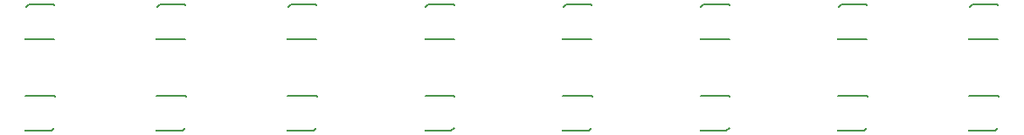
<source format=gbo>
G75*
%MOIN*%
%OFA0B0*%
%FSLAX25Y25*%
%IPPOS*%
%LPD*%
%AMOC8*
5,1,8,0,0,1.08239X$1,22.5*
%
%ADD10C,0.00800*%
D10*
X0012155Y0035332D02*
X0012155Y0035619D01*
X0012155Y0035332D02*
X0021997Y0035332D01*
X0023060Y0036419D01*
X0023285Y0048431D02*
X0023285Y0048718D01*
X0012155Y0048718D01*
X0012155Y0048537D01*
X0062155Y0048718D02*
X0062155Y0048537D01*
X0062155Y0048718D02*
X0073285Y0048718D01*
X0073285Y0048431D01*
X0073060Y0036419D02*
X0071997Y0035332D01*
X0062155Y0035332D01*
X0062155Y0035619D01*
X0112155Y0035332D02*
X0112155Y0035619D01*
X0112155Y0035332D02*
X0121997Y0035332D01*
X0123060Y0036419D01*
X0123285Y0048431D02*
X0123285Y0048718D01*
X0112155Y0048718D01*
X0112155Y0048537D01*
X0164655Y0048718D02*
X0164655Y0048537D01*
X0164655Y0048718D02*
X0175785Y0048718D01*
X0175785Y0048431D01*
X0175560Y0036419D02*
X0174497Y0035332D01*
X0164655Y0035332D01*
X0164655Y0035619D01*
X0217155Y0035332D02*
X0217155Y0035619D01*
X0217155Y0035332D02*
X0226997Y0035332D01*
X0228060Y0036419D01*
X0228285Y0048431D02*
X0228285Y0048718D01*
X0217155Y0048718D01*
X0217155Y0048537D01*
X0269655Y0048718D02*
X0269655Y0048537D01*
X0269655Y0048718D02*
X0280785Y0048718D01*
X0280785Y0048431D01*
X0280560Y0036419D02*
X0279497Y0035332D01*
X0269655Y0035332D01*
X0269655Y0035619D01*
X0322155Y0035332D02*
X0322155Y0035619D01*
X0322155Y0035332D02*
X0331997Y0035332D01*
X0333060Y0036419D01*
X0333285Y0048431D02*
X0333285Y0048718D01*
X0322155Y0048718D01*
X0322155Y0048537D01*
X0372155Y0048718D02*
X0372155Y0048537D01*
X0372155Y0048718D02*
X0383285Y0048718D01*
X0383285Y0048431D01*
X0383060Y0036419D02*
X0381997Y0035332D01*
X0372155Y0035332D01*
X0372155Y0035619D01*
X0372049Y0070332D02*
X0383178Y0070332D01*
X0383178Y0070513D01*
X0372049Y0070619D02*
X0372049Y0070332D01*
X0372273Y0082631D02*
X0373336Y0083718D01*
X0383178Y0083718D01*
X0383178Y0083431D01*
X0333178Y0083718D02*
X0333178Y0083431D01*
X0333178Y0083718D02*
X0323336Y0083718D01*
X0322273Y0082631D01*
X0322049Y0070619D02*
X0322049Y0070332D01*
X0333178Y0070332D01*
X0333178Y0070513D01*
X0280678Y0070332D02*
X0280678Y0070513D01*
X0280678Y0070332D02*
X0269549Y0070332D01*
X0269549Y0070619D01*
X0269773Y0082631D02*
X0270836Y0083718D01*
X0280678Y0083718D01*
X0280678Y0083431D01*
X0228178Y0083718D02*
X0228178Y0083431D01*
X0228178Y0083718D02*
X0218336Y0083718D01*
X0217273Y0082631D01*
X0217049Y0070619D02*
X0217049Y0070332D01*
X0228178Y0070332D01*
X0228178Y0070513D01*
X0175678Y0070332D02*
X0175678Y0070513D01*
X0175678Y0070332D02*
X0164549Y0070332D01*
X0164549Y0070619D01*
X0164773Y0082631D02*
X0165836Y0083718D01*
X0175678Y0083718D01*
X0175678Y0083431D01*
X0123178Y0083718D02*
X0123178Y0083431D01*
X0123178Y0083718D02*
X0113336Y0083718D01*
X0112273Y0082631D01*
X0112049Y0070619D02*
X0112049Y0070332D01*
X0123178Y0070332D01*
X0123178Y0070513D01*
X0073178Y0070332D02*
X0073178Y0070513D01*
X0073178Y0070332D02*
X0062049Y0070332D01*
X0062049Y0070619D01*
X0062273Y0082631D02*
X0063336Y0083718D01*
X0073178Y0083718D01*
X0073178Y0083431D01*
X0023178Y0083718D02*
X0023178Y0083431D01*
X0023178Y0083718D02*
X0013336Y0083718D01*
X0012273Y0082631D01*
X0012049Y0070619D02*
X0012049Y0070332D01*
X0023178Y0070332D01*
X0023178Y0070513D01*
M02*

</source>
